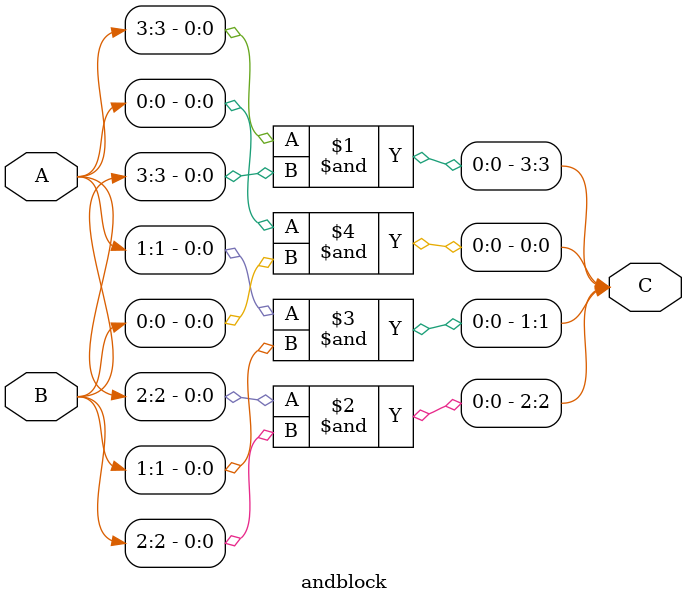
<source format=v>
module andblock(input [3:0] A,input [3:0] B,output [3:0] C);
  and(C[3],A[3],B[3]);
  and(C[2],A[2],B[2]);
  and(C[1],A[1],B[1]);
  and(C[0],A[0],B[0]);
endmodule
</source>
